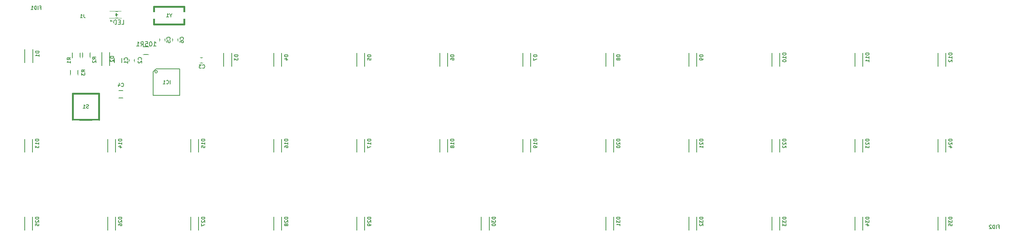
<source format=gbo>
G04 #@! TF.FileFunction,Legend,Bot*
%FSLAX46Y46*%
G04 Gerber Fmt 4.6, Leading zero omitted, Abs format (unit mm)*
G04 Created by KiCad (PCBNEW 4.0.4-stable) date 11/06/16 20:17:08*
%MOMM*%
%LPD*%
G01*
G04 APERTURE LIST*
%ADD10C,0.100000*%
%ADD11C,0.400000*%
%ADD12C,0.150000*%
%ADD13C,0.200000*%
%ADD14C,6.500000*%
%ADD15C,2.686000*%
%ADD16C,2.540000*%
%ADD17R,1.600000X2.300000*%
%ADD18O,4.200000X1.600000*%
%ADD19C,1.924000*%
%ADD20R,1.924000X1.924000*%
%ADD21R,1.620000X1.310000*%
%ADD22R,0.850000X1.900000*%
%ADD23R,1.900000X0.850000*%
%ADD24R,1.650000X1.400000*%
%ADD25R,1.150000X1.200000*%
%ADD26R,1.200000X1.150000*%
%ADD27R,1.400000X1.650000*%
%ADD28R,1.700000X1.100000*%
%ADD29O,1.500000X4.000000*%
%ADD30R,0.900000X1.800000*%
%ADD31R,1.100000X1.700000*%
%ADD32R,1.598880X1.598880*%
G04 APERTURE END LIST*
D10*
D11*
X-92460000Y6390000D02*
X-92460000Y7890000D01*
X-92460000Y7890000D02*
X-93160000Y7890000D01*
X-98060000Y6390000D02*
X-92060000Y6390000D01*
X-98060000Y390000D02*
X-98060000Y6390000D01*
X-92060000Y390000D02*
X-92060000Y6390000D01*
X-98060000Y390000D02*
X-92060000Y390000D01*
X-93160000Y6390000D02*
X-93160000Y7890000D01*
X-97660000Y6390000D02*
X-97660000Y7890000D01*
X-96960000Y7890000D02*
X-97660000Y7890000D01*
X-96960000Y6390000D02*
X-96960000Y7890000D01*
X-72450000Y22300000D02*
X-72450000Y26400000D01*
X-79450000Y22300000D02*
X-72450000Y22300000D01*
X-79450000Y26400000D02*
X-72450000Y26400000D01*
X-79450000Y22300000D02*
X-79450000Y26400000D01*
D12*
X-109025000Y13540000D02*
X-109025000Y16540000D01*
X-107225000Y13540000D02*
X-107225000Y16540000D01*
X-91380000Y12840000D02*
X-91380000Y15840000D01*
X-89580000Y12840000D02*
X-89580000Y15840000D01*
X-63400000Y12700000D02*
X-63400000Y15700000D01*
X-61600000Y12700000D02*
X-61600000Y15700000D01*
X-51910000Y12700000D02*
X-51910000Y15700000D01*
X-50110000Y12700000D02*
X-50110000Y15700000D01*
X-32860000Y12700000D02*
X-32860000Y15700000D01*
X-31060000Y12700000D02*
X-31060000Y15700000D01*
X-13810000Y12700000D02*
X-13810000Y15700000D01*
X-12010000Y12700000D02*
X-12010000Y15700000D01*
X5240000Y12700000D02*
X5240000Y15700000D01*
X7040000Y12700000D02*
X7040000Y15700000D01*
X24290000Y12700000D02*
X24290000Y15700000D01*
X26090000Y12700000D02*
X26090000Y15700000D01*
X43340000Y12700000D02*
X43340000Y15700000D01*
X45140000Y12700000D02*
X45140000Y15700000D01*
X62390000Y12700000D02*
X62390000Y15700000D01*
X64190000Y12700000D02*
X64190000Y15700000D01*
X81440000Y12700000D02*
X81440000Y15700000D01*
X83240000Y12700000D02*
X83240000Y15700000D01*
X100490000Y12700000D02*
X100490000Y15700000D01*
X102290000Y12700000D02*
X102290000Y15700000D01*
X-109060000Y-7070000D02*
X-109060000Y-4070000D01*
X-107260000Y-7070000D02*
X-107260000Y-4070000D01*
X-90010000Y-7070000D02*
X-90010000Y-4070000D01*
X-88210000Y-7070000D02*
X-88210000Y-4070000D01*
X-70960000Y-7070000D02*
X-70960000Y-4070000D01*
X-69160000Y-7070000D02*
X-69160000Y-4070000D01*
X-51910000Y-7070000D02*
X-51910000Y-4070000D01*
X-50110000Y-7070000D02*
X-50110000Y-4070000D01*
X-32860000Y-7070000D02*
X-32860000Y-4070000D01*
X-31060000Y-7070000D02*
X-31060000Y-4070000D01*
X-13810000Y-7070000D02*
X-13810000Y-4070000D01*
X-12010000Y-7070000D02*
X-12010000Y-4070000D01*
X5240000Y-7070000D02*
X5240000Y-4070000D01*
X7040000Y-7070000D02*
X7040000Y-4070000D01*
X24290000Y-7070000D02*
X24290000Y-4070000D01*
X26090000Y-7070000D02*
X26090000Y-4070000D01*
X43340000Y-7070000D02*
X43340000Y-4070000D01*
X45140000Y-7070000D02*
X45140000Y-4070000D01*
X62390000Y-7070000D02*
X62390000Y-4070000D01*
X64190000Y-7070000D02*
X64190000Y-4070000D01*
X81440000Y-7070000D02*
X81440000Y-4070000D01*
X83240000Y-7070000D02*
X83240000Y-4070000D01*
X100490000Y-7070000D02*
X100490000Y-4070000D01*
X102290000Y-7070000D02*
X102290000Y-4070000D01*
X-109060000Y-25000000D02*
X-109060000Y-22000000D01*
X-107260000Y-25000000D02*
X-107260000Y-22000000D01*
X-90010000Y-25000000D02*
X-90010000Y-22000000D01*
X-88210000Y-25000000D02*
X-88210000Y-22000000D01*
X-70960000Y-25000000D02*
X-70960000Y-22000000D01*
X-69160000Y-25000000D02*
X-69160000Y-22000000D01*
X-51910000Y-25000000D02*
X-51910000Y-22000000D01*
X-50110000Y-25000000D02*
X-50110000Y-22000000D01*
X-32860000Y-25000000D02*
X-32860000Y-22000000D01*
X-31060000Y-25000000D02*
X-31060000Y-22000000D01*
X-4300000Y-25000000D02*
X-4300000Y-22000000D01*
X-2500000Y-25000000D02*
X-2500000Y-22000000D01*
X24290000Y-25000000D02*
X24290000Y-22000000D01*
X26090000Y-25000000D02*
X26090000Y-22000000D01*
X43340000Y-25000000D02*
X43340000Y-22000000D01*
X45140000Y-25000000D02*
X45140000Y-22000000D01*
X62390000Y-25000000D02*
X62390000Y-22000000D01*
X64190000Y-25000000D02*
X64190000Y-22000000D01*
X81440000Y-25000000D02*
X81440000Y-22000000D01*
X83240000Y-25000000D02*
X83240000Y-22000000D01*
X100490000Y-25000000D02*
X100490000Y-22000000D01*
X102290000Y-25000000D02*
X102290000Y-22000000D01*
D13*
X-78614956Y11400000D02*
G75*
G03X-78614956Y11400000I-285044J0D01*
G01*
X-79550000Y5950000D02*
X-73475000Y5950000D01*
X-73475000Y5950000D02*
X-73475000Y12075000D01*
X-73475000Y12075000D02*
X-78925000Y12075000D01*
X-78925000Y12075000D02*
X-79575000Y11425000D01*
X-79575000Y11425000D02*
X-79575000Y5950000D01*
D12*
X-86777111Y14528819D02*
X-86777111Y13528819D01*
X-88477111Y13528819D02*
X-88477111Y14528819D01*
X-83917111Y13678819D02*
X-83917111Y14378819D01*
X-85117111Y14378819D02*
X-85117111Y13678819D01*
X-68850000Y13400000D02*
X-68150000Y13400000D01*
X-68150000Y14600000D02*
X-68850000Y14600000D01*
X-87500000Y7100000D02*
X-86500000Y7100000D01*
X-86500000Y5400000D02*
X-87500000Y5400000D01*
X-76900000Y18400000D02*
X-76900000Y19100000D01*
X-78100000Y19100000D02*
X-78100000Y18400000D01*
X-73900000Y18400000D02*
X-73900000Y19100000D01*
X-75100000Y19100000D02*
X-75100000Y18400000D01*
X-98115000Y15830000D02*
X-98115000Y14630000D01*
X-96365000Y14630000D02*
X-96365000Y15830000D01*
X-95805000Y15850000D02*
X-95805000Y14650000D01*
X-94055000Y14650000D02*
X-94055000Y15850000D01*
X-98595600Y11852040D02*
X-98595600Y10652040D01*
X-96845600Y10652040D02*
X-96845600Y11852040D01*
X-80650000Y17125000D02*
X-81850000Y17125000D01*
X-81850000Y15375000D02*
X-80650000Y15375000D01*
X-89549020Y25250000D02*
X-86849020Y25250000D01*
X-89549020Y23750000D02*
X-86849020Y23750000D01*
X-88049020Y24650000D02*
X-88049020Y24400000D01*
X-88049020Y24400000D02*
X-88199020Y24550000D01*
X-88299020Y24150000D02*
X-88299020Y24850000D01*
X-87949020Y24500000D02*
X-87599020Y24500000D01*
X-88299020Y24500000D02*
X-87949020Y24150000D01*
X-87949020Y24150000D02*
X-87949020Y24850000D01*
X-87949020Y24850000D02*
X-88299020Y24500000D01*
D13*
X114257142Y-24242857D02*
X114523809Y-24242857D01*
X114523809Y-24661905D02*
X114523809Y-23861905D01*
X114142856Y-23861905D01*
X113838095Y-24661905D02*
X113838095Y-23861905D01*
X113457143Y-24661905D02*
X113457143Y-23861905D01*
X113266667Y-23861905D01*
X113152381Y-23900000D01*
X113076190Y-23976190D01*
X113038095Y-24052381D01*
X113000000Y-24204762D01*
X113000000Y-24319048D01*
X113038095Y-24471429D01*
X113076190Y-24547619D01*
X113152381Y-24623810D01*
X113266667Y-24661905D01*
X113457143Y-24661905D01*
X112695238Y-23938095D02*
X112657143Y-23900000D01*
X112580952Y-23861905D01*
X112390476Y-23861905D01*
X112314286Y-23900000D01*
X112276190Y-23938095D01*
X112238095Y-24014286D01*
X112238095Y-24090476D01*
X112276190Y-24204762D01*
X112733333Y-24661905D01*
X112238095Y-24661905D01*
X-105592858Y26157143D02*
X-105326191Y26157143D01*
X-105326191Y25738095D02*
X-105326191Y26538095D01*
X-105707144Y26538095D01*
X-106011905Y25738095D02*
X-106011905Y26538095D01*
X-106392857Y25738095D02*
X-106392857Y26538095D01*
X-106583333Y26538095D01*
X-106697619Y26500000D01*
X-106773810Y26423810D01*
X-106811905Y26347619D01*
X-106850000Y26195238D01*
X-106850000Y26080952D01*
X-106811905Y25928571D01*
X-106773810Y25852381D01*
X-106697619Y25776190D01*
X-106583333Y25738095D01*
X-106392857Y25738095D01*
X-107611905Y25738095D02*
X-107154762Y25738095D01*
X-107383333Y25738095D02*
X-107383333Y26538095D01*
X-107307143Y26423810D01*
X-107230952Y26347619D01*
X-107154762Y26309524D01*
X-94450476Y3066190D02*
X-94564762Y3028095D01*
X-94755238Y3028095D01*
X-94831428Y3066190D01*
X-94869524Y3104286D01*
X-94907619Y3180476D01*
X-94907619Y3256667D01*
X-94869524Y3332857D01*
X-94831428Y3370952D01*
X-94755238Y3409048D01*
X-94602857Y3447143D01*
X-94526666Y3485238D01*
X-94488571Y3523333D01*
X-94450476Y3599524D01*
X-94450476Y3675714D01*
X-94488571Y3751905D01*
X-94526666Y3790000D01*
X-94602857Y3828095D01*
X-94793333Y3828095D01*
X-94907619Y3790000D01*
X-95669524Y3028095D02*
X-95212381Y3028095D01*
X-95440952Y3028095D02*
X-95440952Y3828095D01*
X-95364762Y3713810D01*
X-95288571Y3637619D01*
X-95212381Y3599524D01*
X-75569048Y24369048D02*
X-75569048Y23988095D01*
X-75302381Y24788095D02*
X-75569048Y24369048D01*
X-75835715Y24788095D01*
X-76521429Y23988095D02*
X-76064286Y23988095D01*
X-76292857Y23988095D02*
X-76292857Y24788095D01*
X-76216667Y24673810D01*
X-76140476Y24597619D01*
X-76064286Y24559524D01*
X-105763095Y16130476D02*
X-106563095Y16130476D01*
X-106563095Y15940000D01*
X-106525000Y15825714D01*
X-106448810Y15749523D01*
X-106372619Y15711428D01*
X-106220238Y15673333D01*
X-106105952Y15673333D01*
X-105953571Y15711428D01*
X-105877381Y15749523D01*
X-105801190Y15825714D01*
X-105763095Y15940000D01*
X-105763095Y16130476D01*
X-105763095Y14911428D02*
X-105763095Y15368571D01*
X-105763095Y15140000D02*
X-106563095Y15140000D01*
X-106448810Y15216190D01*
X-106372619Y15292381D01*
X-106334524Y15368571D01*
X-88638095Y14940476D02*
X-89438095Y14940476D01*
X-89438095Y14750000D01*
X-89400000Y14635714D01*
X-89323810Y14559523D01*
X-89247619Y14521428D01*
X-89095238Y14483333D01*
X-88980952Y14483333D01*
X-88828571Y14521428D01*
X-88752381Y14559523D01*
X-88676190Y14635714D01*
X-88638095Y14750000D01*
X-88638095Y14940476D01*
X-89361905Y14178571D02*
X-89400000Y14140476D01*
X-89438095Y14064285D01*
X-89438095Y13873809D01*
X-89400000Y13797619D01*
X-89361905Y13759523D01*
X-89285714Y13721428D01*
X-89209524Y13721428D01*
X-89095238Y13759523D01*
X-88638095Y14216666D01*
X-88638095Y13721428D01*
X-60138095Y15290476D02*
X-60938095Y15290476D01*
X-60938095Y15100000D01*
X-60900000Y14985714D01*
X-60823810Y14909523D01*
X-60747619Y14871428D01*
X-60595238Y14833333D01*
X-60480952Y14833333D01*
X-60328571Y14871428D01*
X-60252381Y14909523D01*
X-60176190Y14985714D01*
X-60138095Y15100000D01*
X-60138095Y15290476D01*
X-60938095Y14566666D02*
X-60938095Y14071428D01*
X-60633333Y14338095D01*
X-60633333Y14223809D01*
X-60595238Y14147619D01*
X-60557143Y14109523D01*
X-60480952Y14071428D01*
X-60290476Y14071428D01*
X-60214286Y14109523D01*
X-60176190Y14147619D01*
X-60138095Y14223809D01*
X-60138095Y14452381D01*
X-60176190Y14528571D01*
X-60214286Y14566666D01*
X-48648095Y15290476D02*
X-49448095Y15290476D01*
X-49448095Y15100000D01*
X-49410000Y14985714D01*
X-49333810Y14909523D01*
X-49257619Y14871428D01*
X-49105238Y14833333D01*
X-48990952Y14833333D01*
X-48838571Y14871428D01*
X-48762381Y14909523D01*
X-48686190Y14985714D01*
X-48648095Y15100000D01*
X-48648095Y15290476D01*
X-49181429Y14147619D02*
X-48648095Y14147619D01*
X-49486190Y14338095D02*
X-48914762Y14528571D01*
X-48914762Y14033333D01*
X-29598095Y15290476D02*
X-30398095Y15290476D01*
X-30398095Y15100000D01*
X-30360000Y14985714D01*
X-30283810Y14909523D01*
X-30207619Y14871428D01*
X-30055238Y14833333D01*
X-29940952Y14833333D01*
X-29788571Y14871428D01*
X-29712381Y14909523D01*
X-29636190Y14985714D01*
X-29598095Y15100000D01*
X-29598095Y15290476D01*
X-30398095Y14109523D02*
X-30398095Y14490476D01*
X-30017143Y14528571D01*
X-30055238Y14490476D01*
X-30093333Y14414285D01*
X-30093333Y14223809D01*
X-30055238Y14147619D01*
X-30017143Y14109523D01*
X-29940952Y14071428D01*
X-29750476Y14071428D01*
X-29674286Y14109523D01*
X-29636190Y14147619D01*
X-29598095Y14223809D01*
X-29598095Y14414285D01*
X-29636190Y14490476D01*
X-29674286Y14528571D01*
X-10548095Y15290476D02*
X-11348095Y15290476D01*
X-11348095Y15100000D01*
X-11310000Y14985714D01*
X-11233810Y14909523D01*
X-11157619Y14871428D01*
X-11005238Y14833333D01*
X-10890952Y14833333D01*
X-10738571Y14871428D01*
X-10662381Y14909523D01*
X-10586190Y14985714D01*
X-10548095Y15100000D01*
X-10548095Y15290476D01*
X-11348095Y14147619D02*
X-11348095Y14300000D01*
X-11310000Y14376190D01*
X-11271905Y14414285D01*
X-11157619Y14490476D01*
X-11005238Y14528571D01*
X-10700476Y14528571D01*
X-10624286Y14490476D01*
X-10586190Y14452381D01*
X-10548095Y14376190D01*
X-10548095Y14223809D01*
X-10586190Y14147619D01*
X-10624286Y14109523D01*
X-10700476Y14071428D01*
X-10890952Y14071428D01*
X-10967143Y14109523D01*
X-11005238Y14147619D01*
X-11043333Y14223809D01*
X-11043333Y14376190D01*
X-11005238Y14452381D01*
X-10967143Y14490476D01*
X-10890952Y14528571D01*
X8501905Y15290476D02*
X7701905Y15290476D01*
X7701905Y15100000D01*
X7740000Y14985714D01*
X7816190Y14909523D01*
X7892381Y14871428D01*
X8044762Y14833333D01*
X8159048Y14833333D01*
X8311429Y14871428D01*
X8387619Y14909523D01*
X8463810Y14985714D01*
X8501905Y15100000D01*
X8501905Y15290476D01*
X7701905Y14566666D02*
X7701905Y14033333D01*
X8501905Y14376190D01*
X27551905Y15290476D02*
X26751905Y15290476D01*
X26751905Y15100000D01*
X26790000Y14985714D01*
X26866190Y14909523D01*
X26942381Y14871428D01*
X27094762Y14833333D01*
X27209048Y14833333D01*
X27361429Y14871428D01*
X27437619Y14909523D01*
X27513810Y14985714D01*
X27551905Y15100000D01*
X27551905Y15290476D01*
X27094762Y14376190D02*
X27056667Y14452381D01*
X27018571Y14490476D01*
X26942381Y14528571D01*
X26904286Y14528571D01*
X26828095Y14490476D01*
X26790000Y14452381D01*
X26751905Y14376190D01*
X26751905Y14223809D01*
X26790000Y14147619D01*
X26828095Y14109523D01*
X26904286Y14071428D01*
X26942381Y14071428D01*
X27018571Y14109523D01*
X27056667Y14147619D01*
X27094762Y14223809D01*
X27094762Y14376190D01*
X27132857Y14452381D01*
X27170952Y14490476D01*
X27247143Y14528571D01*
X27399524Y14528571D01*
X27475714Y14490476D01*
X27513810Y14452381D01*
X27551905Y14376190D01*
X27551905Y14223809D01*
X27513810Y14147619D01*
X27475714Y14109523D01*
X27399524Y14071428D01*
X27247143Y14071428D01*
X27170952Y14109523D01*
X27132857Y14147619D01*
X27094762Y14223809D01*
X46601905Y15290476D02*
X45801905Y15290476D01*
X45801905Y15100000D01*
X45840000Y14985714D01*
X45916190Y14909523D01*
X45992381Y14871428D01*
X46144762Y14833333D01*
X46259048Y14833333D01*
X46411429Y14871428D01*
X46487619Y14909523D01*
X46563810Y14985714D01*
X46601905Y15100000D01*
X46601905Y15290476D01*
X46601905Y14452381D02*
X46601905Y14300000D01*
X46563810Y14223809D01*
X46525714Y14185714D01*
X46411429Y14109523D01*
X46259048Y14071428D01*
X45954286Y14071428D01*
X45878095Y14109523D01*
X45840000Y14147619D01*
X45801905Y14223809D01*
X45801905Y14376190D01*
X45840000Y14452381D01*
X45878095Y14490476D01*
X45954286Y14528571D01*
X46144762Y14528571D01*
X46220952Y14490476D01*
X46259048Y14452381D01*
X46297143Y14376190D01*
X46297143Y14223809D01*
X46259048Y14147619D01*
X46220952Y14109523D01*
X46144762Y14071428D01*
X65651905Y15671429D02*
X64851905Y15671429D01*
X64851905Y15480953D01*
X64890000Y15366667D01*
X64966190Y15290476D01*
X65042381Y15252381D01*
X65194762Y15214286D01*
X65309048Y15214286D01*
X65461429Y15252381D01*
X65537619Y15290476D01*
X65613810Y15366667D01*
X65651905Y15480953D01*
X65651905Y15671429D01*
X65651905Y14452381D02*
X65651905Y14909524D01*
X65651905Y14680953D02*
X64851905Y14680953D01*
X64966190Y14757143D01*
X65042381Y14833334D01*
X65080476Y14909524D01*
X64851905Y13957143D02*
X64851905Y13880952D01*
X64890000Y13804762D01*
X64928095Y13766667D01*
X65004286Y13728571D01*
X65156667Y13690476D01*
X65347143Y13690476D01*
X65499524Y13728571D01*
X65575714Y13766667D01*
X65613810Y13804762D01*
X65651905Y13880952D01*
X65651905Y13957143D01*
X65613810Y14033333D01*
X65575714Y14071429D01*
X65499524Y14109524D01*
X65347143Y14147619D01*
X65156667Y14147619D01*
X65004286Y14109524D01*
X64928095Y14071429D01*
X64890000Y14033333D01*
X64851905Y13957143D01*
X84701905Y15671429D02*
X83901905Y15671429D01*
X83901905Y15480953D01*
X83940000Y15366667D01*
X84016190Y15290476D01*
X84092381Y15252381D01*
X84244762Y15214286D01*
X84359048Y15214286D01*
X84511429Y15252381D01*
X84587619Y15290476D01*
X84663810Y15366667D01*
X84701905Y15480953D01*
X84701905Y15671429D01*
X84701905Y14452381D02*
X84701905Y14909524D01*
X84701905Y14680953D02*
X83901905Y14680953D01*
X84016190Y14757143D01*
X84092381Y14833334D01*
X84130476Y14909524D01*
X84701905Y13690476D02*
X84701905Y14147619D01*
X84701905Y13919048D02*
X83901905Y13919048D01*
X84016190Y13995238D01*
X84092381Y14071429D01*
X84130476Y14147619D01*
X103751905Y15671429D02*
X102951905Y15671429D01*
X102951905Y15480953D01*
X102990000Y15366667D01*
X103066190Y15290476D01*
X103142381Y15252381D01*
X103294762Y15214286D01*
X103409048Y15214286D01*
X103561429Y15252381D01*
X103637619Y15290476D01*
X103713810Y15366667D01*
X103751905Y15480953D01*
X103751905Y15671429D01*
X103751905Y14452381D02*
X103751905Y14909524D01*
X103751905Y14680953D02*
X102951905Y14680953D01*
X103066190Y14757143D01*
X103142381Y14833334D01*
X103180476Y14909524D01*
X103028095Y14147619D02*
X102990000Y14109524D01*
X102951905Y14033333D01*
X102951905Y13842857D01*
X102990000Y13766667D01*
X103028095Y13728571D01*
X103104286Y13690476D01*
X103180476Y13690476D01*
X103294762Y13728571D01*
X103751905Y14185714D01*
X103751905Y13690476D01*
X-105798095Y-4098571D02*
X-106598095Y-4098571D01*
X-106598095Y-4289047D01*
X-106560000Y-4403333D01*
X-106483810Y-4479524D01*
X-106407619Y-4517619D01*
X-106255238Y-4555714D01*
X-106140952Y-4555714D01*
X-105988571Y-4517619D01*
X-105912381Y-4479524D01*
X-105836190Y-4403333D01*
X-105798095Y-4289047D01*
X-105798095Y-4098571D01*
X-105798095Y-5317619D02*
X-105798095Y-4860476D01*
X-105798095Y-5089047D02*
X-106598095Y-5089047D01*
X-106483810Y-5012857D01*
X-106407619Y-4936666D01*
X-106369524Y-4860476D01*
X-106598095Y-5584286D02*
X-106598095Y-6079524D01*
X-106293333Y-5812857D01*
X-106293333Y-5927143D01*
X-106255238Y-6003333D01*
X-106217143Y-6041429D01*
X-106140952Y-6079524D01*
X-105950476Y-6079524D01*
X-105874286Y-6041429D01*
X-105836190Y-6003333D01*
X-105798095Y-5927143D01*
X-105798095Y-5698571D01*
X-105836190Y-5622381D01*
X-105874286Y-5584286D01*
X-86748095Y-4098571D02*
X-87548095Y-4098571D01*
X-87548095Y-4289047D01*
X-87510000Y-4403333D01*
X-87433810Y-4479524D01*
X-87357619Y-4517619D01*
X-87205238Y-4555714D01*
X-87090952Y-4555714D01*
X-86938571Y-4517619D01*
X-86862381Y-4479524D01*
X-86786190Y-4403333D01*
X-86748095Y-4289047D01*
X-86748095Y-4098571D01*
X-86748095Y-5317619D02*
X-86748095Y-4860476D01*
X-86748095Y-5089047D02*
X-87548095Y-5089047D01*
X-87433810Y-5012857D01*
X-87357619Y-4936666D01*
X-87319524Y-4860476D01*
X-87281429Y-6003333D02*
X-86748095Y-6003333D01*
X-87586190Y-5812857D02*
X-87014762Y-5622381D01*
X-87014762Y-6117619D01*
X-67698095Y-4098571D02*
X-68498095Y-4098571D01*
X-68498095Y-4289047D01*
X-68460000Y-4403333D01*
X-68383810Y-4479524D01*
X-68307619Y-4517619D01*
X-68155238Y-4555714D01*
X-68040952Y-4555714D01*
X-67888571Y-4517619D01*
X-67812381Y-4479524D01*
X-67736190Y-4403333D01*
X-67698095Y-4289047D01*
X-67698095Y-4098571D01*
X-67698095Y-5317619D02*
X-67698095Y-4860476D01*
X-67698095Y-5089047D02*
X-68498095Y-5089047D01*
X-68383810Y-5012857D01*
X-68307619Y-4936666D01*
X-68269524Y-4860476D01*
X-68498095Y-6041429D02*
X-68498095Y-5660476D01*
X-68117143Y-5622381D01*
X-68155238Y-5660476D01*
X-68193333Y-5736667D01*
X-68193333Y-5927143D01*
X-68155238Y-6003333D01*
X-68117143Y-6041429D01*
X-68040952Y-6079524D01*
X-67850476Y-6079524D01*
X-67774286Y-6041429D01*
X-67736190Y-6003333D01*
X-67698095Y-5927143D01*
X-67698095Y-5736667D01*
X-67736190Y-5660476D01*
X-67774286Y-5622381D01*
X-48648095Y-4098571D02*
X-49448095Y-4098571D01*
X-49448095Y-4289047D01*
X-49410000Y-4403333D01*
X-49333810Y-4479524D01*
X-49257619Y-4517619D01*
X-49105238Y-4555714D01*
X-48990952Y-4555714D01*
X-48838571Y-4517619D01*
X-48762381Y-4479524D01*
X-48686190Y-4403333D01*
X-48648095Y-4289047D01*
X-48648095Y-4098571D01*
X-48648095Y-5317619D02*
X-48648095Y-4860476D01*
X-48648095Y-5089047D02*
X-49448095Y-5089047D01*
X-49333810Y-5012857D01*
X-49257619Y-4936666D01*
X-49219524Y-4860476D01*
X-49448095Y-6003333D02*
X-49448095Y-5850952D01*
X-49410000Y-5774762D01*
X-49371905Y-5736667D01*
X-49257619Y-5660476D01*
X-49105238Y-5622381D01*
X-48800476Y-5622381D01*
X-48724286Y-5660476D01*
X-48686190Y-5698571D01*
X-48648095Y-5774762D01*
X-48648095Y-5927143D01*
X-48686190Y-6003333D01*
X-48724286Y-6041429D01*
X-48800476Y-6079524D01*
X-48990952Y-6079524D01*
X-49067143Y-6041429D01*
X-49105238Y-6003333D01*
X-49143333Y-5927143D01*
X-49143333Y-5774762D01*
X-49105238Y-5698571D01*
X-49067143Y-5660476D01*
X-48990952Y-5622381D01*
X-29598095Y-4098571D02*
X-30398095Y-4098571D01*
X-30398095Y-4289047D01*
X-30360000Y-4403333D01*
X-30283810Y-4479524D01*
X-30207619Y-4517619D01*
X-30055238Y-4555714D01*
X-29940952Y-4555714D01*
X-29788571Y-4517619D01*
X-29712381Y-4479524D01*
X-29636190Y-4403333D01*
X-29598095Y-4289047D01*
X-29598095Y-4098571D01*
X-29598095Y-5317619D02*
X-29598095Y-4860476D01*
X-29598095Y-5089047D02*
X-30398095Y-5089047D01*
X-30283810Y-5012857D01*
X-30207619Y-4936666D01*
X-30169524Y-4860476D01*
X-30398095Y-5584286D02*
X-30398095Y-6117619D01*
X-29598095Y-5774762D01*
X-10548095Y-4098571D02*
X-11348095Y-4098571D01*
X-11348095Y-4289047D01*
X-11310000Y-4403333D01*
X-11233810Y-4479524D01*
X-11157619Y-4517619D01*
X-11005238Y-4555714D01*
X-10890952Y-4555714D01*
X-10738571Y-4517619D01*
X-10662381Y-4479524D01*
X-10586190Y-4403333D01*
X-10548095Y-4289047D01*
X-10548095Y-4098571D01*
X-10548095Y-5317619D02*
X-10548095Y-4860476D01*
X-10548095Y-5089047D02*
X-11348095Y-5089047D01*
X-11233810Y-5012857D01*
X-11157619Y-4936666D01*
X-11119524Y-4860476D01*
X-11005238Y-5774762D02*
X-11043333Y-5698571D01*
X-11081429Y-5660476D01*
X-11157619Y-5622381D01*
X-11195714Y-5622381D01*
X-11271905Y-5660476D01*
X-11310000Y-5698571D01*
X-11348095Y-5774762D01*
X-11348095Y-5927143D01*
X-11310000Y-6003333D01*
X-11271905Y-6041429D01*
X-11195714Y-6079524D01*
X-11157619Y-6079524D01*
X-11081429Y-6041429D01*
X-11043333Y-6003333D01*
X-11005238Y-5927143D01*
X-11005238Y-5774762D01*
X-10967143Y-5698571D01*
X-10929048Y-5660476D01*
X-10852857Y-5622381D01*
X-10700476Y-5622381D01*
X-10624286Y-5660476D01*
X-10586190Y-5698571D01*
X-10548095Y-5774762D01*
X-10548095Y-5927143D01*
X-10586190Y-6003333D01*
X-10624286Y-6041429D01*
X-10700476Y-6079524D01*
X-10852857Y-6079524D01*
X-10929048Y-6041429D01*
X-10967143Y-6003333D01*
X-11005238Y-5927143D01*
X8501905Y-4098571D02*
X7701905Y-4098571D01*
X7701905Y-4289047D01*
X7740000Y-4403333D01*
X7816190Y-4479524D01*
X7892381Y-4517619D01*
X8044762Y-4555714D01*
X8159048Y-4555714D01*
X8311429Y-4517619D01*
X8387619Y-4479524D01*
X8463810Y-4403333D01*
X8501905Y-4289047D01*
X8501905Y-4098571D01*
X8501905Y-5317619D02*
X8501905Y-4860476D01*
X8501905Y-5089047D02*
X7701905Y-5089047D01*
X7816190Y-5012857D01*
X7892381Y-4936666D01*
X7930476Y-4860476D01*
X8501905Y-5698571D02*
X8501905Y-5850952D01*
X8463810Y-5927143D01*
X8425714Y-5965238D01*
X8311429Y-6041429D01*
X8159048Y-6079524D01*
X7854286Y-6079524D01*
X7778095Y-6041429D01*
X7740000Y-6003333D01*
X7701905Y-5927143D01*
X7701905Y-5774762D01*
X7740000Y-5698571D01*
X7778095Y-5660476D01*
X7854286Y-5622381D01*
X8044762Y-5622381D01*
X8120952Y-5660476D01*
X8159048Y-5698571D01*
X8197143Y-5774762D01*
X8197143Y-5927143D01*
X8159048Y-6003333D01*
X8120952Y-6041429D01*
X8044762Y-6079524D01*
X27551905Y-4098571D02*
X26751905Y-4098571D01*
X26751905Y-4289047D01*
X26790000Y-4403333D01*
X26866190Y-4479524D01*
X26942381Y-4517619D01*
X27094762Y-4555714D01*
X27209048Y-4555714D01*
X27361429Y-4517619D01*
X27437619Y-4479524D01*
X27513810Y-4403333D01*
X27551905Y-4289047D01*
X27551905Y-4098571D01*
X26828095Y-4860476D02*
X26790000Y-4898571D01*
X26751905Y-4974762D01*
X26751905Y-5165238D01*
X26790000Y-5241428D01*
X26828095Y-5279524D01*
X26904286Y-5317619D01*
X26980476Y-5317619D01*
X27094762Y-5279524D01*
X27551905Y-4822381D01*
X27551905Y-5317619D01*
X26751905Y-5812857D02*
X26751905Y-5889048D01*
X26790000Y-5965238D01*
X26828095Y-6003333D01*
X26904286Y-6041429D01*
X27056667Y-6079524D01*
X27247143Y-6079524D01*
X27399524Y-6041429D01*
X27475714Y-6003333D01*
X27513810Y-5965238D01*
X27551905Y-5889048D01*
X27551905Y-5812857D01*
X27513810Y-5736667D01*
X27475714Y-5698571D01*
X27399524Y-5660476D01*
X27247143Y-5622381D01*
X27056667Y-5622381D01*
X26904286Y-5660476D01*
X26828095Y-5698571D01*
X26790000Y-5736667D01*
X26751905Y-5812857D01*
X46601905Y-4098571D02*
X45801905Y-4098571D01*
X45801905Y-4289047D01*
X45840000Y-4403333D01*
X45916190Y-4479524D01*
X45992381Y-4517619D01*
X46144762Y-4555714D01*
X46259048Y-4555714D01*
X46411429Y-4517619D01*
X46487619Y-4479524D01*
X46563810Y-4403333D01*
X46601905Y-4289047D01*
X46601905Y-4098571D01*
X45878095Y-4860476D02*
X45840000Y-4898571D01*
X45801905Y-4974762D01*
X45801905Y-5165238D01*
X45840000Y-5241428D01*
X45878095Y-5279524D01*
X45954286Y-5317619D01*
X46030476Y-5317619D01*
X46144762Y-5279524D01*
X46601905Y-4822381D01*
X46601905Y-5317619D01*
X46601905Y-6079524D02*
X46601905Y-5622381D01*
X46601905Y-5850952D02*
X45801905Y-5850952D01*
X45916190Y-5774762D01*
X45992381Y-5698571D01*
X46030476Y-5622381D01*
X65651905Y-4098571D02*
X64851905Y-4098571D01*
X64851905Y-4289047D01*
X64890000Y-4403333D01*
X64966190Y-4479524D01*
X65042381Y-4517619D01*
X65194762Y-4555714D01*
X65309048Y-4555714D01*
X65461429Y-4517619D01*
X65537619Y-4479524D01*
X65613810Y-4403333D01*
X65651905Y-4289047D01*
X65651905Y-4098571D01*
X64928095Y-4860476D02*
X64890000Y-4898571D01*
X64851905Y-4974762D01*
X64851905Y-5165238D01*
X64890000Y-5241428D01*
X64928095Y-5279524D01*
X65004286Y-5317619D01*
X65080476Y-5317619D01*
X65194762Y-5279524D01*
X65651905Y-4822381D01*
X65651905Y-5317619D01*
X64928095Y-5622381D02*
X64890000Y-5660476D01*
X64851905Y-5736667D01*
X64851905Y-5927143D01*
X64890000Y-6003333D01*
X64928095Y-6041429D01*
X65004286Y-6079524D01*
X65080476Y-6079524D01*
X65194762Y-6041429D01*
X65651905Y-5584286D01*
X65651905Y-6079524D01*
X84701905Y-4098571D02*
X83901905Y-4098571D01*
X83901905Y-4289047D01*
X83940000Y-4403333D01*
X84016190Y-4479524D01*
X84092381Y-4517619D01*
X84244762Y-4555714D01*
X84359048Y-4555714D01*
X84511429Y-4517619D01*
X84587619Y-4479524D01*
X84663810Y-4403333D01*
X84701905Y-4289047D01*
X84701905Y-4098571D01*
X83978095Y-4860476D02*
X83940000Y-4898571D01*
X83901905Y-4974762D01*
X83901905Y-5165238D01*
X83940000Y-5241428D01*
X83978095Y-5279524D01*
X84054286Y-5317619D01*
X84130476Y-5317619D01*
X84244762Y-5279524D01*
X84701905Y-4822381D01*
X84701905Y-5317619D01*
X83901905Y-5584286D02*
X83901905Y-6079524D01*
X84206667Y-5812857D01*
X84206667Y-5927143D01*
X84244762Y-6003333D01*
X84282857Y-6041429D01*
X84359048Y-6079524D01*
X84549524Y-6079524D01*
X84625714Y-6041429D01*
X84663810Y-6003333D01*
X84701905Y-5927143D01*
X84701905Y-5698571D01*
X84663810Y-5622381D01*
X84625714Y-5584286D01*
X103751905Y-4098571D02*
X102951905Y-4098571D01*
X102951905Y-4289047D01*
X102990000Y-4403333D01*
X103066190Y-4479524D01*
X103142381Y-4517619D01*
X103294762Y-4555714D01*
X103409048Y-4555714D01*
X103561429Y-4517619D01*
X103637619Y-4479524D01*
X103713810Y-4403333D01*
X103751905Y-4289047D01*
X103751905Y-4098571D01*
X103028095Y-4860476D02*
X102990000Y-4898571D01*
X102951905Y-4974762D01*
X102951905Y-5165238D01*
X102990000Y-5241428D01*
X103028095Y-5279524D01*
X103104286Y-5317619D01*
X103180476Y-5317619D01*
X103294762Y-5279524D01*
X103751905Y-4822381D01*
X103751905Y-5317619D01*
X103218571Y-6003333D02*
X103751905Y-6003333D01*
X102913810Y-5812857D02*
X103485238Y-5622381D01*
X103485238Y-6117619D01*
X-105798095Y-22028571D02*
X-106598095Y-22028571D01*
X-106598095Y-22219047D01*
X-106560000Y-22333333D01*
X-106483810Y-22409524D01*
X-106407619Y-22447619D01*
X-106255238Y-22485714D01*
X-106140952Y-22485714D01*
X-105988571Y-22447619D01*
X-105912381Y-22409524D01*
X-105836190Y-22333333D01*
X-105798095Y-22219047D01*
X-105798095Y-22028571D01*
X-106521905Y-22790476D02*
X-106560000Y-22828571D01*
X-106598095Y-22904762D01*
X-106598095Y-23095238D01*
X-106560000Y-23171428D01*
X-106521905Y-23209524D01*
X-106445714Y-23247619D01*
X-106369524Y-23247619D01*
X-106255238Y-23209524D01*
X-105798095Y-22752381D01*
X-105798095Y-23247619D01*
X-106598095Y-23971429D02*
X-106598095Y-23590476D01*
X-106217143Y-23552381D01*
X-106255238Y-23590476D01*
X-106293333Y-23666667D01*
X-106293333Y-23857143D01*
X-106255238Y-23933333D01*
X-106217143Y-23971429D01*
X-106140952Y-24009524D01*
X-105950476Y-24009524D01*
X-105874286Y-23971429D01*
X-105836190Y-23933333D01*
X-105798095Y-23857143D01*
X-105798095Y-23666667D01*
X-105836190Y-23590476D01*
X-105874286Y-23552381D01*
X-86748095Y-22028571D02*
X-87548095Y-22028571D01*
X-87548095Y-22219047D01*
X-87510000Y-22333333D01*
X-87433810Y-22409524D01*
X-87357619Y-22447619D01*
X-87205238Y-22485714D01*
X-87090952Y-22485714D01*
X-86938571Y-22447619D01*
X-86862381Y-22409524D01*
X-86786190Y-22333333D01*
X-86748095Y-22219047D01*
X-86748095Y-22028571D01*
X-87471905Y-22790476D02*
X-87510000Y-22828571D01*
X-87548095Y-22904762D01*
X-87548095Y-23095238D01*
X-87510000Y-23171428D01*
X-87471905Y-23209524D01*
X-87395714Y-23247619D01*
X-87319524Y-23247619D01*
X-87205238Y-23209524D01*
X-86748095Y-22752381D01*
X-86748095Y-23247619D01*
X-87548095Y-23933333D02*
X-87548095Y-23780952D01*
X-87510000Y-23704762D01*
X-87471905Y-23666667D01*
X-87357619Y-23590476D01*
X-87205238Y-23552381D01*
X-86900476Y-23552381D01*
X-86824286Y-23590476D01*
X-86786190Y-23628571D01*
X-86748095Y-23704762D01*
X-86748095Y-23857143D01*
X-86786190Y-23933333D01*
X-86824286Y-23971429D01*
X-86900476Y-24009524D01*
X-87090952Y-24009524D01*
X-87167143Y-23971429D01*
X-87205238Y-23933333D01*
X-87243333Y-23857143D01*
X-87243333Y-23704762D01*
X-87205238Y-23628571D01*
X-87167143Y-23590476D01*
X-87090952Y-23552381D01*
X-67698095Y-22028571D02*
X-68498095Y-22028571D01*
X-68498095Y-22219047D01*
X-68460000Y-22333333D01*
X-68383810Y-22409524D01*
X-68307619Y-22447619D01*
X-68155238Y-22485714D01*
X-68040952Y-22485714D01*
X-67888571Y-22447619D01*
X-67812381Y-22409524D01*
X-67736190Y-22333333D01*
X-67698095Y-22219047D01*
X-67698095Y-22028571D01*
X-68421905Y-22790476D02*
X-68460000Y-22828571D01*
X-68498095Y-22904762D01*
X-68498095Y-23095238D01*
X-68460000Y-23171428D01*
X-68421905Y-23209524D01*
X-68345714Y-23247619D01*
X-68269524Y-23247619D01*
X-68155238Y-23209524D01*
X-67698095Y-22752381D01*
X-67698095Y-23247619D01*
X-68498095Y-23514286D02*
X-68498095Y-24047619D01*
X-67698095Y-23704762D01*
X-48648095Y-22028571D02*
X-49448095Y-22028571D01*
X-49448095Y-22219047D01*
X-49410000Y-22333333D01*
X-49333810Y-22409524D01*
X-49257619Y-22447619D01*
X-49105238Y-22485714D01*
X-48990952Y-22485714D01*
X-48838571Y-22447619D01*
X-48762381Y-22409524D01*
X-48686190Y-22333333D01*
X-48648095Y-22219047D01*
X-48648095Y-22028571D01*
X-49371905Y-22790476D02*
X-49410000Y-22828571D01*
X-49448095Y-22904762D01*
X-49448095Y-23095238D01*
X-49410000Y-23171428D01*
X-49371905Y-23209524D01*
X-49295714Y-23247619D01*
X-49219524Y-23247619D01*
X-49105238Y-23209524D01*
X-48648095Y-22752381D01*
X-48648095Y-23247619D01*
X-49105238Y-23704762D02*
X-49143333Y-23628571D01*
X-49181429Y-23590476D01*
X-49257619Y-23552381D01*
X-49295714Y-23552381D01*
X-49371905Y-23590476D01*
X-49410000Y-23628571D01*
X-49448095Y-23704762D01*
X-49448095Y-23857143D01*
X-49410000Y-23933333D01*
X-49371905Y-23971429D01*
X-49295714Y-24009524D01*
X-49257619Y-24009524D01*
X-49181429Y-23971429D01*
X-49143333Y-23933333D01*
X-49105238Y-23857143D01*
X-49105238Y-23704762D01*
X-49067143Y-23628571D01*
X-49029048Y-23590476D01*
X-48952857Y-23552381D01*
X-48800476Y-23552381D01*
X-48724286Y-23590476D01*
X-48686190Y-23628571D01*
X-48648095Y-23704762D01*
X-48648095Y-23857143D01*
X-48686190Y-23933333D01*
X-48724286Y-23971429D01*
X-48800476Y-24009524D01*
X-48952857Y-24009524D01*
X-49029048Y-23971429D01*
X-49067143Y-23933333D01*
X-49105238Y-23857143D01*
X-29598095Y-22028571D02*
X-30398095Y-22028571D01*
X-30398095Y-22219047D01*
X-30360000Y-22333333D01*
X-30283810Y-22409524D01*
X-30207619Y-22447619D01*
X-30055238Y-22485714D01*
X-29940952Y-22485714D01*
X-29788571Y-22447619D01*
X-29712381Y-22409524D01*
X-29636190Y-22333333D01*
X-29598095Y-22219047D01*
X-29598095Y-22028571D01*
X-30321905Y-22790476D02*
X-30360000Y-22828571D01*
X-30398095Y-22904762D01*
X-30398095Y-23095238D01*
X-30360000Y-23171428D01*
X-30321905Y-23209524D01*
X-30245714Y-23247619D01*
X-30169524Y-23247619D01*
X-30055238Y-23209524D01*
X-29598095Y-22752381D01*
X-29598095Y-23247619D01*
X-29598095Y-23628571D02*
X-29598095Y-23780952D01*
X-29636190Y-23857143D01*
X-29674286Y-23895238D01*
X-29788571Y-23971429D01*
X-29940952Y-24009524D01*
X-30245714Y-24009524D01*
X-30321905Y-23971429D01*
X-30360000Y-23933333D01*
X-30398095Y-23857143D01*
X-30398095Y-23704762D01*
X-30360000Y-23628571D01*
X-30321905Y-23590476D01*
X-30245714Y-23552381D01*
X-30055238Y-23552381D01*
X-29979048Y-23590476D01*
X-29940952Y-23628571D01*
X-29902857Y-23704762D01*
X-29902857Y-23857143D01*
X-29940952Y-23933333D01*
X-29979048Y-23971429D01*
X-30055238Y-24009524D01*
X-1038095Y-22028571D02*
X-1838095Y-22028571D01*
X-1838095Y-22219047D01*
X-1800000Y-22333333D01*
X-1723810Y-22409524D01*
X-1647619Y-22447619D01*
X-1495238Y-22485714D01*
X-1380952Y-22485714D01*
X-1228571Y-22447619D01*
X-1152381Y-22409524D01*
X-1076190Y-22333333D01*
X-1038095Y-22219047D01*
X-1038095Y-22028571D01*
X-1838095Y-22752381D02*
X-1838095Y-23247619D01*
X-1533333Y-22980952D01*
X-1533333Y-23095238D01*
X-1495238Y-23171428D01*
X-1457143Y-23209524D01*
X-1380952Y-23247619D01*
X-1190476Y-23247619D01*
X-1114286Y-23209524D01*
X-1076190Y-23171428D01*
X-1038095Y-23095238D01*
X-1038095Y-22866666D01*
X-1076190Y-22790476D01*
X-1114286Y-22752381D01*
X-1838095Y-23742857D02*
X-1838095Y-23819048D01*
X-1800000Y-23895238D01*
X-1761905Y-23933333D01*
X-1685714Y-23971429D01*
X-1533333Y-24009524D01*
X-1342857Y-24009524D01*
X-1190476Y-23971429D01*
X-1114286Y-23933333D01*
X-1076190Y-23895238D01*
X-1038095Y-23819048D01*
X-1038095Y-23742857D01*
X-1076190Y-23666667D01*
X-1114286Y-23628571D01*
X-1190476Y-23590476D01*
X-1342857Y-23552381D01*
X-1533333Y-23552381D01*
X-1685714Y-23590476D01*
X-1761905Y-23628571D01*
X-1800000Y-23666667D01*
X-1838095Y-23742857D01*
X27551905Y-22028571D02*
X26751905Y-22028571D01*
X26751905Y-22219047D01*
X26790000Y-22333333D01*
X26866190Y-22409524D01*
X26942381Y-22447619D01*
X27094762Y-22485714D01*
X27209048Y-22485714D01*
X27361429Y-22447619D01*
X27437619Y-22409524D01*
X27513810Y-22333333D01*
X27551905Y-22219047D01*
X27551905Y-22028571D01*
X26751905Y-22752381D02*
X26751905Y-23247619D01*
X27056667Y-22980952D01*
X27056667Y-23095238D01*
X27094762Y-23171428D01*
X27132857Y-23209524D01*
X27209048Y-23247619D01*
X27399524Y-23247619D01*
X27475714Y-23209524D01*
X27513810Y-23171428D01*
X27551905Y-23095238D01*
X27551905Y-22866666D01*
X27513810Y-22790476D01*
X27475714Y-22752381D01*
X27551905Y-24009524D02*
X27551905Y-23552381D01*
X27551905Y-23780952D02*
X26751905Y-23780952D01*
X26866190Y-23704762D01*
X26942381Y-23628571D01*
X26980476Y-23552381D01*
X46601905Y-22028571D02*
X45801905Y-22028571D01*
X45801905Y-22219047D01*
X45840000Y-22333333D01*
X45916190Y-22409524D01*
X45992381Y-22447619D01*
X46144762Y-22485714D01*
X46259048Y-22485714D01*
X46411429Y-22447619D01*
X46487619Y-22409524D01*
X46563810Y-22333333D01*
X46601905Y-22219047D01*
X46601905Y-22028571D01*
X45801905Y-22752381D02*
X45801905Y-23247619D01*
X46106667Y-22980952D01*
X46106667Y-23095238D01*
X46144762Y-23171428D01*
X46182857Y-23209524D01*
X46259048Y-23247619D01*
X46449524Y-23247619D01*
X46525714Y-23209524D01*
X46563810Y-23171428D01*
X46601905Y-23095238D01*
X46601905Y-22866666D01*
X46563810Y-22790476D01*
X46525714Y-22752381D01*
X45878095Y-23552381D02*
X45840000Y-23590476D01*
X45801905Y-23666667D01*
X45801905Y-23857143D01*
X45840000Y-23933333D01*
X45878095Y-23971429D01*
X45954286Y-24009524D01*
X46030476Y-24009524D01*
X46144762Y-23971429D01*
X46601905Y-23514286D01*
X46601905Y-24009524D01*
X65651905Y-22028571D02*
X64851905Y-22028571D01*
X64851905Y-22219047D01*
X64890000Y-22333333D01*
X64966190Y-22409524D01*
X65042381Y-22447619D01*
X65194762Y-22485714D01*
X65309048Y-22485714D01*
X65461429Y-22447619D01*
X65537619Y-22409524D01*
X65613810Y-22333333D01*
X65651905Y-22219047D01*
X65651905Y-22028571D01*
X64851905Y-22752381D02*
X64851905Y-23247619D01*
X65156667Y-22980952D01*
X65156667Y-23095238D01*
X65194762Y-23171428D01*
X65232857Y-23209524D01*
X65309048Y-23247619D01*
X65499524Y-23247619D01*
X65575714Y-23209524D01*
X65613810Y-23171428D01*
X65651905Y-23095238D01*
X65651905Y-22866666D01*
X65613810Y-22790476D01*
X65575714Y-22752381D01*
X64851905Y-23514286D02*
X64851905Y-24009524D01*
X65156667Y-23742857D01*
X65156667Y-23857143D01*
X65194762Y-23933333D01*
X65232857Y-23971429D01*
X65309048Y-24009524D01*
X65499524Y-24009524D01*
X65575714Y-23971429D01*
X65613810Y-23933333D01*
X65651905Y-23857143D01*
X65651905Y-23628571D01*
X65613810Y-23552381D01*
X65575714Y-23514286D01*
X84701905Y-22028571D02*
X83901905Y-22028571D01*
X83901905Y-22219047D01*
X83940000Y-22333333D01*
X84016190Y-22409524D01*
X84092381Y-22447619D01*
X84244762Y-22485714D01*
X84359048Y-22485714D01*
X84511429Y-22447619D01*
X84587619Y-22409524D01*
X84663810Y-22333333D01*
X84701905Y-22219047D01*
X84701905Y-22028571D01*
X83901905Y-22752381D02*
X83901905Y-23247619D01*
X84206667Y-22980952D01*
X84206667Y-23095238D01*
X84244762Y-23171428D01*
X84282857Y-23209524D01*
X84359048Y-23247619D01*
X84549524Y-23247619D01*
X84625714Y-23209524D01*
X84663810Y-23171428D01*
X84701905Y-23095238D01*
X84701905Y-22866666D01*
X84663810Y-22790476D01*
X84625714Y-22752381D01*
X84168571Y-23933333D02*
X84701905Y-23933333D01*
X83863810Y-23742857D02*
X84435238Y-23552381D01*
X84435238Y-24047619D01*
X103751905Y-22028571D02*
X102951905Y-22028571D01*
X102951905Y-22219047D01*
X102990000Y-22333333D01*
X103066190Y-22409524D01*
X103142381Y-22447619D01*
X103294762Y-22485714D01*
X103409048Y-22485714D01*
X103561429Y-22447619D01*
X103637619Y-22409524D01*
X103713810Y-22333333D01*
X103751905Y-22219047D01*
X103751905Y-22028571D01*
X102951905Y-22752381D02*
X102951905Y-23247619D01*
X103256667Y-22980952D01*
X103256667Y-23095238D01*
X103294762Y-23171428D01*
X103332857Y-23209524D01*
X103409048Y-23247619D01*
X103599524Y-23247619D01*
X103675714Y-23209524D01*
X103713810Y-23171428D01*
X103751905Y-23095238D01*
X103751905Y-22866666D01*
X103713810Y-22790476D01*
X103675714Y-22752381D01*
X102951905Y-23971429D02*
X102951905Y-23590476D01*
X103332857Y-23552381D01*
X103294762Y-23590476D01*
X103256667Y-23666667D01*
X103256667Y-23857143D01*
X103294762Y-23933333D01*
X103332857Y-23971429D01*
X103409048Y-24009524D01*
X103599524Y-24009524D01*
X103675714Y-23971429D01*
X103713810Y-23933333D01*
X103751905Y-23857143D01*
X103751905Y-23666667D01*
X103713810Y-23590476D01*
X103675714Y-23552381D01*
X-75719048Y8638095D02*
X-75719048Y9438095D01*
X-76557143Y8714286D02*
X-76519048Y8676190D01*
X-76404762Y8638095D01*
X-76328572Y8638095D01*
X-76214286Y8676190D01*
X-76138095Y8752381D01*
X-76100000Y8828571D01*
X-76061905Y8980952D01*
X-76061905Y9095238D01*
X-76100000Y9247619D01*
X-76138095Y9323810D01*
X-76214286Y9400000D01*
X-76328572Y9438095D01*
X-76404762Y9438095D01*
X-76519048Y9400000D01*
X-76557143Y9361905D01*
X-77319048Y8638095D02*
X-76861905Y8638095D01*
X-77090476Y8638095D02*
X-77090476Y9438095D01*
X-77014286Y9323810D01*
X-76938095Y9247619D01*
X-76861905Y9209524D01*
X-85522286Y14113333D02*
X-85484190Y14151428D01*
X-85446095Y14265714D01*
X-85446095Y14341904D01*
X-85484190Y14456190D01*
X-85560381Y14532381D01*
X-85636571Y14570476D01*
X-85788952Y14608571D01*
X-85903238Y14608571D01*
X-86055619Y14570476D01*
X-86131810Y14532381D01*
X-86208000Y14456190D01*
X-86246095Y14341904D01*
X-86246095Y14265714D01*
X-86208000Y14151428D01*
X-86169905Y14113333D01*
X-85446095Y13351428D02*
X-85446095Y13808571D01*
X-85446095Y13580000D02*
X-86246095Y13580000D01*
X-86131810Y13656190D01*
X-86055619Y13732381D01*
X-86017524Y13808571D01*
X-82331397Y14162152D02*
X-82293301Y14200247D01*
X-82255206Y14314533D01*
X-82255206Y14390723D01*
X-82293301Y14505009D01*
X-82369492Y14581200D01*
X-82445682Y14619295D01*
X-82598063Y14657390D01*
X-82712349Y14657390D01*
X-82864730Y14619295D01*
X-82940921Y14581200D01*
X-83017111Y14505009D01*
X-83055206Y14390723D01*
X-83055206Y14314533D01*
X-83017111Y14200247D01*
X-82979016Y14162152D01*
X-82979016Y13857390D02*
X-83017111Y13819295D01*
X-83055206Y13743104D01*
X-83055206Y13552628D01*
X-83017111Y13476438D01*
X-82979016Y13438342D01*
X-82902825Y13400247D01*
X-82826635Y13400247D01*
X-82712349Y13438342D01*
X-82255206Y13895485D01*
X-82255206Y13400247D01*
X-68275667Y12297286D02*
X-68237572Y12259190D01*
X-68123286Y12221095D01*
X-68047096Y12221095D01*
X-67932810Y12259190D01*
X-67856619Y12335381D01*
X-67818524Y12411571D01*
X-67780429Y12563952D01*
X-67780429Y12678238D01*
X-67818524Y12830619D01*
X-67856619Y12906810D01*
X-67932810Y12983000D01*
X-68047096Y13021095D01*
X-68123286Y13021095D01*
X-68237572Y12983000D01*
X-68275667Y12944905D01*
X-68542334Y13021095D02*
X-69037572Y13021095D01*
X-68770905Y12716333D01*
X-68885191Y12716333D01*
X-68961381Y12678238D01*
X-68999477Y12640143D01*
X-69037572Y12563952D01*
X-69037572Y12373476D01*
X-68999477Y12297286D01*
X-68961381Y12259190D01*
X-68885191Y12221095D01*
X-68656619Y12221095D01*
X-68580429Y12259190D01*
X-68542334Y12297286D01*
X-86866667Y8064286D02*
X-86828572Y8026190D01*
X-86714286Y7988095D01*
X-86638096Y7988095D01*
X-86523810Y8026190D01*
X-86447619Y8102381D01*
X-86409524Y8178571D01*
X-86371429Y8330952D01*
X-86371429Y8445238D01*
X-86409524Y8597619D01*
X-86447619Y8673810D01*
X-86523810Y8750000D01*
X-86638096Y8788095D01*
X-86714286Y8788095D01*
X-86828572Y8750000D01*
X-86866667Y8711905D01*
X-87552381Y8521429D02*
X-87552381Y7988095D01*
X-87361905Y8826190D02*
X-87171429Y8254762D01*
X-87666667Y8254762D01*
X-75743286Y18883333D02*
X-75705190Y18921428D01*
X-75667095Y19035714D01*
X-75667095Y19111904D01*
X-75705190Y19226190D01*
X-75781381Y19302381D01*
X-75857571Y19340476D01*
X-76009952Y19378571D01*
X-76124238Y19378571D01*
X-76276619Y19340476D01*
X-76352810Y19302381D01*
X-76429000Y19226190D01*
X-76467095Y19111904D01*
X-76467095Y19035714D01*
X-76429000Y18921428D01*
X-76390905Y18883333D01*
X-76467095Y18159523D02*
X-76467095Y18540476D01*
X-76086143Y18578571D01*
X-76124238Y18540476D01*
X-76162333Y18464285D01*
X-76162333Y18273809D01*
X-76124238Y18197619D01*
X-76086143Y18159523D01*
X-76009952Y18121428D01*
X-75819476Y18121428D01*
X-75743286Y18159523D01*
X-75705190Y18197619D01*
X-75667095Y18273809D01*
X-75667095Y18464285D01*
X-75705190Y18540476D01*
X-75743286Y18578571D01*
X-72695286Y18883333D02*
X-72657190Y18921428D01*
X-72619095Y19035714D01*
X-72619095Y19111904D01*
X-72657190Y19226190D01*
X-72733381Y19302381D01*
X-72809571Y19340476D01*
X-72961952Y19378571D01*
X-73076238Y19378571D01*
X-73228619Y19340476D01*
X-73304810Y19302381D01*
X-73381000Y19226190D01*
X-73419095Y19111904D01*
X-73419095Y19035714D01*
X-73381000Y18921428D01*
X-73342905Y18883333D01*
X-73419095Y18197619D02*
X-73419095Y18350000D01*
X-73381000Y18426190D01*
X-73342905Y18464285D01*
X-73228619Y18540476D01*
X-73076238Y18578571D01*
X-72771476Y18578571D01*
X-72695286Y18540476D01*
X-72657190Y18502381D01*
X-72619095Y18426190D01*
X-72619095Y18273809D01*
X-72657190Y18197619D01*
X-72695286Y18159523D01*
X-72771476Y18121428D01*
X-72961952Y18121428D01*
X-73038143Y18159523D01*
X-73076238Y18197619D01*
X-73114333Y18273809D01*
X-73114333Y18426190D01*
X-73076238Y18502381D01*
X-73038143Y18540476D01*
X-72961952Y18578571D01*
X-98529095Y14145333D02*
X-98910048Y14412000D01*
X-98529095Y14602476D02*
X-99329095Y14602476D01*
X-99329095Y14297714D01*
X-99291000Y14221523D01*
X-99252905Y14183428D01*
X-99176714Y14145333D01*
X-99062429Y14145333D01*
X-98986238Y14183428D01*
X-98948143Y14221523D01*
X-98910048Y14297714D01*
X-98910048Y14602476D01*
X-98529095Y13383428D02*
X-98529095Y13840571D01*
X-98529095Y13612000D02*
X-99329095Y13612000D01*
X-99214810Y13688190D01*
X-99138619Y13764381D01*
X-99100524Y13840571D01*
X-92718095Y14294333D02*
X-93099048Y14561000D01*
X-92718095Y14751476D02*
X-93518095Y14751476D01*
X-93518095Y14446714D01*
X-93480000Y14370523D01*
X-93441905Y14332428D01*
X-93365714Y14294333D01*
X-93251429Y14294333D01*
X-93175238Y14332428D01*
X-93137143Y14370523D01*
X-93099048Y14446714D01*
X-93099048Y14751476D01*
X-93441905Y13989571D02*
X-93480000Y13951476D01*
X-93518095Y13875285D01*
X-93518095Y13684809D01*
X-93480000Y13608619D01*
X-93441905Y13570523D01*
X-93365714Y13532428D01*
X-93289524Y13532428D01*
X-93175238Y13570523D01*
X-92718095Y14027666D01*
X-92718095Y13532428D01*
X-95258695Y11385373D02*
X-95639648Y11652040D01*
X-95258695Y11842516D02*
X-96058695Y11842516D01*
X-96058695Y11537754D01*
X-96020600Y11461563D01*
X-95982505Y11423468D01*
X-95906314Y11385373D01*
X-95792029Y11385373D01*
X-95715838Y11423468D01*
X-95677743Y11461563D01*
X-95639648Y11537754D01*
X-95639648Y11842516D01*
X-96058695Y11118706D02*
X-96058695Y10623468D01*
X-95753933Y10890135D01*
X-95753933Y10775849D01*
X-95715838Y10699659D01*
X-95677743Y10661563D01*
X-95601552Y10623468D01*
X-95411076Y10623468D01*
X-95334886Y10661563D01*
X-95296790Y10699659D01*
X-95258695Y10775849D01*
X-95258695Y11004421D01*
X-95296790Y11080611D01*
X-95334886Y11118706D01*
X-95493334Y24628095D02*
X-95493334Y24056667D01*
X-95455238Y23942381D01*
X-95379048Y23866190D01*
X-95264762Y23828095D01*
X-95188572Y23828095D01*
X-96293334Y23828095D02*
X-95836191Y23828095D01*
X-96064762Y23828095D02*
X-96064762Y24628095D01*
X-95988572Y24513810D01*
X-95912381Y24437619D01*
X-95836191Y24399524D01*
D12*
X-79507143Y17297619D02*
X-78935714Y17297619D01*
X-79221428Y17297619D02*
X-79221428Y18297619D01*
X-79126190Y18154762D01*
X-79030952Y18059524D01*
X-78935714Y18011905D01*
X-80126190Y18297619D02*
X-80221429Y18297619D01*
X-80316667Y18250000D01*
X-80364286Y18202381D01*
X-80411905Y18107143D01*
X-80459524Y17916667D01*
X-80459524Y17678571D01*
X-80411905Y17488095D01*
X-80364286Y17392857D01*
X-80316667Y17345238D01*
X-80221429Y17297619D01*
X-80126190Y17297619D01*
X-80030952Y17345238D01*
X-79983333Y17392857D01*
X-79935714Y17488095D01*
X-79888095Y17678571D01*
X-79888095Y17916667D01*
X-79935714Y18107143D01*
X-79983333Y18202381D01*
X-80030952Y18250000D01*
X-80126190Y18297619D01*
X-81364286Y18297619D02*
X-80888095Y18297619D01*
X-80840476Y17821429D01*
X-80888095Y17869048D01*
X-80983333Y17916667D01*
X-81221429Y17916667D01*
X-81316667Y17869048D01*
X-81364286Y17821429D01*
X-81411905Y17726190D01*
X-81411905Y17488095D01*
X-81364286Y17392857D01*
X-81316667Y17345238D01*
X-81221429Y17297619D01*
X-80983333Y17297619D01*
X-80888095Y17345238D01*
X-80840476Y17392857D01*
X-82411905Y17297619D02*
X-82078571Y17773810D01*
X-81840476Y17297619D02*
X-81840476Y18297619D01*
X-82221429Y18297619D01*
X-82316667Y18250000D01*
X-82364286Y18202381D01*
X-82411905Y18107143D01*
X-82411905Y17964286D01*
X-82364286Y17869048D01*
X-82316667Y17821429D01*
X-82221429Y17773810D01*
X-81840476Y17773810D01*
X-83364286Y17297619D02*
X-82792857Y17297619D01*
X-83078571Y17297619D02*
X-83078571Y18297619D01*
X-82983333Y18154762D01*
X-82888095Y18059524D01*
X-82792857Y18011905D01*
X-86829973Y22297619D02*
X-86353782Y22297619D01*
X-86353782Y23297619D01*
X-87163306Y22821429D02*
X-87496640Y22821429D01*
X-87639497Y22297619D02*
X-87163306Y22297619D01*
X-87163306Y23297619D01*
X-87639497Y23297619D01*
X-88068068Y22297619D02*
X-88068068Y23297619D01*
X-88306163Y23297619D01*
X-88449021Y23250000D01*
X-88544259Y23154762D01*
X-88591878Y23059524D01*
X-88639497Y22869048D01*
X-88639497Y22726190D01*
X-88591878Y22535714D01*
X-88544259Y22440476D01*
X-88449021Y22345238D01*
X-88306163Y22297619D01*
X-88068068Y22297619D01*
X-89591878Y22297619D02*
X-89020449Y22297619D01*
X-89306163Y22297619D02*
X-89306163Y23297619D01*
X-89210925Y23154762D01*
X-89115687Y23059524D01*
X-89020449Y23011905D01*
%LPC*%
D14*
X19050000Y0D03*
X-19050000Y0D03*
X95250000Y-19050000D03*
X-95250000Y-19050000D03*
X57150000Y19050000D03*
D15*
X-6985000Y5080000D03*
X-13335000Y2540000D03*
D16*
X110000000Y-25000000D03*
X-109850000Y25400000D03*
D17*
X-97310000Y-860000D03*
X-97310000Y7640000D03*
X-92810000Y-860000D03*
X-92810000Y7640000D03*
D15*
X31115000Y24130000D03*
X24765000Y21590000D03*
X2540000Y-13970000D03*
X-3810000Y-16510000D03*
X-83185000Y24130000D03*
X-89535000Y21590000D03*
D18*
X-78850000Y24350000D03*
X-73050000Y24350000D03*
D19*
X-103750000Y11120000D03*
X-106200000Y8580000D03*
X-106200000Y11120000D03*
D20*
X-108740000Y8580000D03*
D19*
X-108740000Y11120000D03*
X-103750000Y8580000D03*
D21*
X-108125000Y13905000D03*
X-108125000Y17175000D03*
X-90480000Y13205000D03*
X-90480000Y16475000D03*
X-62500000Y13065000D03*
X-62500000Y16335000D03*
X-51010000Y13065000D03*
X-51010000Y16335000D03*
X-31960000Y13065000D03*
X-31960000Y16335000D03*
X-12910000Y13065000D03*
X-12910000Y16335000D03*
X6140000Y13065000D03*
X6140000Y16335000D03*
X25190000Y13065000D03*
X25190000Y16335000D03*
X44240000Y13065000D03*
X44240000Y16335000D03*
X63290000Y13065000D03*
X63290000Y16335000D03*
X82340000Y13065000D03*
X82340000Y16335000D03*
X101390000Y13065000D03*
X101390000Y16335000D03*
X-108160000Y-6705000D03*
X-108160000Y-3435000D03*
X-89110000Y-6705000D03*
X-89110000Y-3435000D03*
X-70060000Y-6705000D03*
X-70060000Y-3435000D03*
X-51010000Y-6705000D03*
X-51010000Y-3435000D03*
X-31960000Y-6705000D03*
X-31960000Y-3435000D03*
X-12910000Y-6705000D03*
X-12910000Y-3435000D03*
X6140000Y-6705000D03*
X6140000Y-3435000D03*
X25190000Y-6705000D03*
X25190000Y-3435000D03*
X44240000Y-6705000D03*
X44240000Y-3435000D03*
X63290000Y-6705000D03*
X63290000Y-3435000D03*
X82340000Y-6705000D03*
X82340000Y-3435000D03*
X101390000Y-6705000D03*
X101390000Y-3435000D03*
X-108160000Y-24635000D03*
X-108160000Y-21365000D03*
X-89110000Y-24635000D03*
X-89110000Y-21365000D03*
X-70060000Y-24635000D03*
X-70060000Y-21365000D03*
X-51010000Y-24635000D03*
X-51010000Y-21365000D03*
X-31960000Y-24635000D03*
X-31960000Y-21365000D03*
X-3400000Y-24635000D03*
X-3400000Y-21365000D03*
X25190000Y-24635000D03*
X25190000Y-21365000D03*
X44240000Y-24635000D03*
X44240000Y-21365000D03*
X63290000Y-24635000D03*
X63290000Y-21365000D03*
X82340000Y-24635000D03*
X82340000Y-21365000D03*
X101390000Y-24635000D03*
X101390000Y-21365000D03*
D15*
X-102235000Y24130000D03*
X-108585000Y21590000D03*
X-64135000Y24130000D03*
X-70485000Y21590000D03*
X-45085000Y24130000D03*
X-51435000Y21590000D03*
X-26035000Y24130000D03*
X-32385000Y21590000D03*
X-6985000Y24130000D03*
X-13335000Y21590000D03*
X12065000Y24130000D03*
X5715000Y21590000D03*
X50165000Y24130000D03*
X43815000Y21590000D03*
X69215000Y24130000D03*
X62865000Y21590000D03*
X88265000Y24130000D03*
X81915000Y21590000D03*
X107315000Y24130000D03*
X100965000Y21590000D03*
X-102235000Y5080000D03*
X-108585000Y2540000D03*
X-83185000Y5080000D03*
X-89535000Y2540000D03*
X-64135000Y5080000D03*
X-70485000Y2540000D03*
X-45085000Y5080000D03*
X-51435000Y2540000D03*
X-26035000Y5080000D03*
X-32385000Y2540000D03*
X12065000Y5080000D03*
X5715000Y2540000D03*
X31115000Y5080000D03*
X24765000Y2540000D03*
X50165000Y5080000D03*
X43815000Y2540000D03*
X69215000Y5080000D03*
X62865000Y2540000D03*
X88265000Y5080000D03*
X81915000Y2540000D03*
X107315000Y5080000D03*
X100965000Y2540000D03*
X-102235000Y-13970000D03*
X-108585000Y-16510000D03*
X-83185000Y-13970000D03*
X-89535000Y-16510000D03*
X-64135000Y-13970000D03*
X-70485000Y-16510000D03*
X-45085000Y-13970000D03*
X-51435000Y-16510000D03*
X-26035000Y-13970000D03*
X-32385000Y-16510000D03*
X31115000Y-13970000D03*
X24765000Y-16510000D03*
X50165000Y-13970000D03*
X43815000Y-16510000D03*
X69215000Y-13970000D03*
X62865000Y-16510000D03*
X88265000Y-13970000D03*
X81915000Y-16510000D03*
X107315000Y-13970000D03*
X100965000Y-16510000D03*
D22*
X-73700000Y13250000D03*
X-74500000Y13250000D03*
X-75300000Y13250000D03*
X-76100000Y13250000D03*
X-76900000Y13250000D03*
X-77700000Y13250000D03*
X-78500000Y13250000D03*
X-79300000Y13250000D03*
X-79300000Y4750000D03*
X-73700000Y4750000D03*
X-74500000Y4750000D03*
X-75300000Y4750000D03*
X-76100000Y4750000D03*
X-76900000Y4750000D03*
X-77700000Y4750000D03*
X-78500000Y4750000D03*
D23*
X-80750000Y11800000D03*
X-80750000Y11000000D03*
X-80750000Y10200000D03*
X-80750000Y9400000D03*
X-80750000Y8600000D03*
X-80750000Y7800000D03*
X-80750000Y7000000D03*
X-80750000Y6200000D03*
X-72250000Y11800000D03*
X-72250000Y11000000D03*
X-72250000Y10200000D03*
X-72250000Y9400000D03*
X-72250000Y8600000D03*
X-72250000Y7800000D03*
X-72250000Y7000000D03*
X-72250000Y6200000D03*
D24*
X-87627111Y13028819D03*
X-87627111Y15028819D03*
D25*
X-84517111Y13278819D03*
X-84517111Y14778819D03*
D26*
X-69250000Y14000000D03*
X-67750000Y14000000D03*
D27*
X-86000000Y6250000D03*
X-88000000Y6250000D03*
D25*
X-77500000Y18000000D03*
X-77500000Y19500000D03*
X-74500000Y18000000D03*
X-74500000Y19500000D03*
D28*
X-97240000Y14280000D03*
X-97240000Y16180000D03*
X-94930000Y14300000D03*
X-94930000Y16200000D03*
X-97720600Y10302040D03*
X-97720600Y12202040D03*
D29*
X-92110000Y23490000D03*
D30*
X-97360000Y21090000D03*
X-96560000Y21090000D03*
X-95760000Y21090000D03*
X-94960000Y21090000D03*
X-94160000Y21090000D03*
D29*
X-99410000Y23490000D03*
D14*
X-57150000Y19050000D03*
D31*
X-82200000Y16250000D03*
X-80300000Y16250000D03*
D32*
X-86900000Y24500000D03*
X-88998040Y24500000D03*
M02*

</source>
